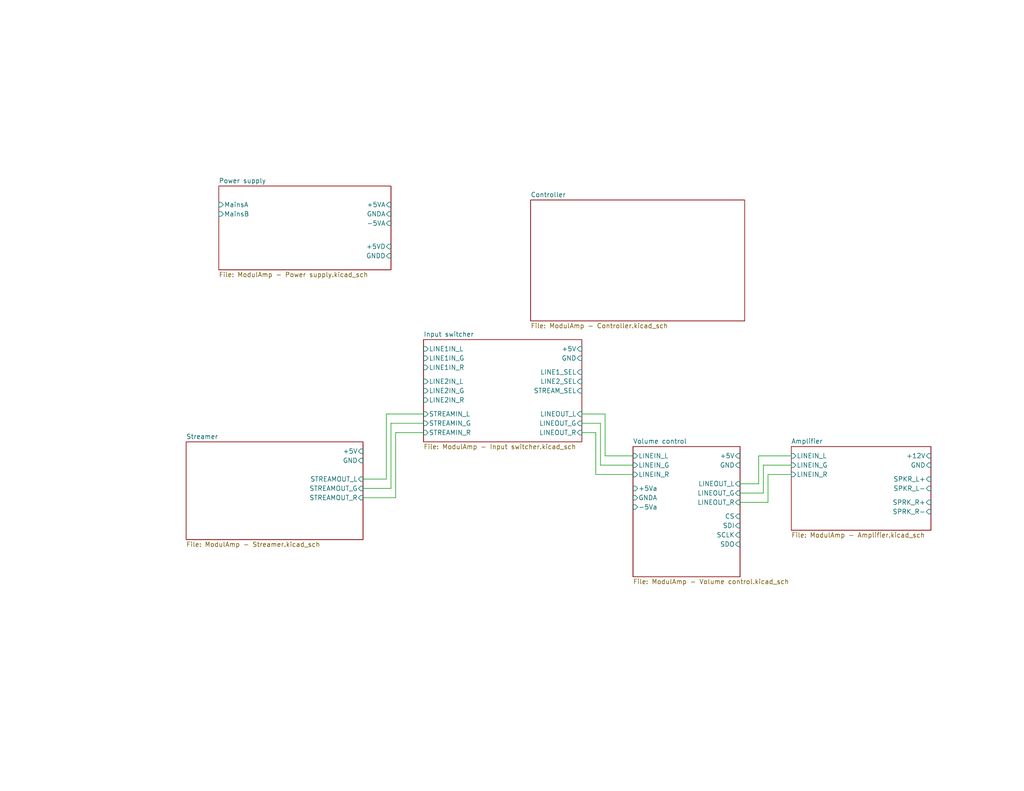
<source format=kicad_sch>
(kicad_sch (version 20211123) (generator eeschema)
  (paper "USLetter")
  (title_block (title "ModulAmp") (date "2021-12-23") (rev "1.0") (company "Paolo Marcucci"))
  (lib_symbols)
  (wire (pts (xy 201.93 137.16) (xy 209.55 137.16)))
  (wire (pts (xy 99.06 130.81) (xy 105.41 130.81)))
  (wire (pts (xy 209.55 137.16) (xy 209.55 129.54)))
  (wire (pts (xy 107.95 135.89) (xy 107.95 118.11)))
  (wire (pts (xy 207.01 124.46) (xy 215.9 124.46)))
  (wire (pts (xy 162.56 129.54) (xy 172.72 129.54)))
  (wire (pts (xy 106.68 115.57) (xy 115.57 115.57)))
  (wire (pts (xy 99.06 135.89) (xy 107.95 135.89)))
  (wire (pts (xy 201.93 134.62) (xy 208.28 134.62)))
  (wire (pts (xy 107.95 118.11) (xy 115.57 118.11)))
  (wire (pts (xy 158.75 115.57) (xy 163.83 115.57)))
  (wire (pts (xy 163.83 127) (xy 172.72 127)))
  (wire (pts (xy 162.56 118.11) (xy 162.56 129.54)))
  (wire (pts (xy 99.06 133.35) (xy 106.68 133.35)))
  (wire (pts (xy 106.68 133.35) (xy 106.68 115.57)))
  (wire (pts (xy 208.28 134.62) (xy 208.28 127)))
  (wire (pts (xy 165.1 124.46) (xy 172.72 124.46)))
  (wire (pts (xy 105.41 113.03) (xy 115.57 113.03)))
  (wire (pts (xy 165.1 113.03) (xy 165.1 124.46)))
  (wire (pts (xy 209.55 129.54) (xy 215.9 129.54)))
  (wire (pts (xy 201.93 132.08) (xy 207.01 132.08)))
  (wire (pts (xy 158.75 113.03) (xy 165.1 113.03)))
  (wire (pts (xy 105.41 130.81) (xy 105.41 113.03)))
  (wire (pts (xy 207.01 132.08) (xy 207.01 124.46)))
  (wire (pts (xy 163.83 115.57) (xy 163.83 127)))
  (wire (pts (xy 158.75 118.11) (xy 162.56 118.11)))
  (wire (pts (xy 208.28 127) (xy 215.9 127)))
  (sheet (at 115.57 92.71) (size 43.18 27.94)
    (property "Sheet name" "Input switcher" (at 115.57 91.9984 0) (effects (justify left bottom)))
    (property "Sheet file" "ModulAmp - Input switcher.kicad_sch" (at 115.57 121.2346 0) (effects (justify left top)))
    (pin "LINE1IN_R" input (at 115.57 100.33 180))
    (pin "LINE1IN_G" input (at 115.57 97.79 180))
    (pin "LINE1IN_L" input (at 115.57 95.25 180))
    (pin "LINE2IN_R" input (at 115.57 109.22 180))
    (pin "LINE2IN_G" input (at 115.57 106.68 180))
    (pin "LINE2IN_L" input (at 115.57 104.14 180))
    (pin "STREAMIN_R" input (at 115.57 118.11 180))
    (pin "STREAMIN_G" input (at 115.57 115.57 180))
    (pin "STREAMIN_L" input (at 115.57 113.03 180))
    (pin "LINEOUT_L" input (at 158.75 113.03 0))
    (pin "LINEOUT_G" input (at 158.75 115.57 0))
    (pin "LINEOUT_R" input (at 158.75 118.11 0))
    (pin "+5V" input (at 158.75 95.25 0))
    (pin "GND" input (at 158.75 97.79 0))
    (pin "STREAM_SEL" input (at 158.75 106.68 0))
    (pin "LINE2_SEL" input (at 158.75 104.14 0))
    (pin "LINE1_SEL" input (at 158.75 101.6 0))
  )
  (sheet (at 172.72 121.92) (size 29.21 35.56)
    (property "Sheet name" "Volume control" (at 172.72 121.2084 0) (effects (justify left bottom)))
    (property "Sheet file" "ModulAmp - Volume control.kicad_sch" (at 172.72 158.0646 0) (effects (justify left top)))
    (pin "LINEIN_L" input (at 172.72 124.46 180))
    (pin "LINEIN_G" input (at 172.72 127 180))
    (pin "LINEIN_R" input (at 172.72 129.54 180))
    (pin "LINEOUT_L" input (at 201.93 132.08 0))
    (pin "LINEOUT_G" input (at 201.93 134.62 0))
    (pin "LINEOUT_R" input (at 201.93 137.16 0))
    (pin "+5V" input (at 201.93 124.46 0))
    (pin "GND" input (at 201.93 127 0))
    (pin "+5Va" input (at 172.72 133.35 180))
    (pin "GNDA" input (at 172.72 135.89 180))
    (pin "-5Va" input (at 172.72 138.43 180))
    (pin "CS" input (at 201.93 140.97 0))
    (pin "SDI" input (at 201.93 143.51 0))
    (pin "SCLK" input (at 201.93 146.05 0))
    (pin "SDO" input (at 201.93 148.59 0))
  )
  (sheet (at 59.69 50.8) (size 46.99 22.86)
    (property "Sheet name" "Power supply" (at 59.69 50.0884 0) (effects (justify left bottom)))
    (property "Sheet file" "ModulAmp - Power supply.kicad_sch" (at 59.69 74.2446 0) (effects (justify left top)))
    (pin "+5VA" input (at 106.68 55.88 0))
    (pin "+5VD" input (at 106.68 67.31 0))
    (pin "GNDD" input (at 106.68 69.85 0))
    (pin "GNDA" input (at 106.68 58.42 0))
    (pin "-5VA" input (at 106.68 60.96 0))
    (pin "MainsA" input (at 59.69 55.88 180))
    (pin "MainsB" input (at 59.69 58.42 180))
  )
  (sheet (at 215.9 121.92) (size 38.1 22.86)
    (property "Sheet name" "Amplifier" (at 215.9 121.2084 0) (effects (justify left bottom)))
    (property "Sheet file" "ModulAmp - Amplifier.kicad_sch" (at 215.9 145.3646 0) (effects (justify left top)))
    (pin "LINEIN_L" input (at 215.9 124.46 180))
    (pin "LINEIN_G" input (at 215.9 127 180))
    (pin "LINEIN_R" input (at 215.9 129.54 180))
    (pin "+12V" input (at 254 124.46 0))
    (pin "GND" input (at 254 127 0))
    (pin "SPKR_L+" input (at 254 130.81 0))
    (pin "SPKR_L-" input (at 254 133.35 0))
    (pin "SPRK_R+" input (at 254 137.16 0))
    (pin "SPRK_R-" input (at 254 139.7 0))
  )
  (sheet (at 144.78 54.61) (size 58.42 33.02)
    (property "Sheet name" "Controller" (at 144.78 53.8984 0) (effects (justify left bottom)))
    (property "Sheet file" "ModulAmp - Controller.kicad_sch" (at 144.78 88.2146 0) (effects (justify left top)))
  )
  (sheet (at 50.8 120.65) (size 48.26 26.67)
    (property "Sheet name" "Streamer" (at 50.8 119.9384 0) (effects (justify left bottom)))
    (property "Sheet file" "ModulAmp - Streamer.kicad_sch" (at 50.8 147.9046 0) (effects (justify left top)))
    (pin "+5V" input (at 99.06 123.19 0))
    (pin "GND" input (at 99.06 125.73 0))
    (pin "STREAMOUT_L" input (at 99.06 130.81 0))
    (pin "STREAMOUT_G" input (at 99.06 133.35 0))
    (pin "STREAMOUT_R" input (at 99.06 135.89 0))
  )
)
</source>
